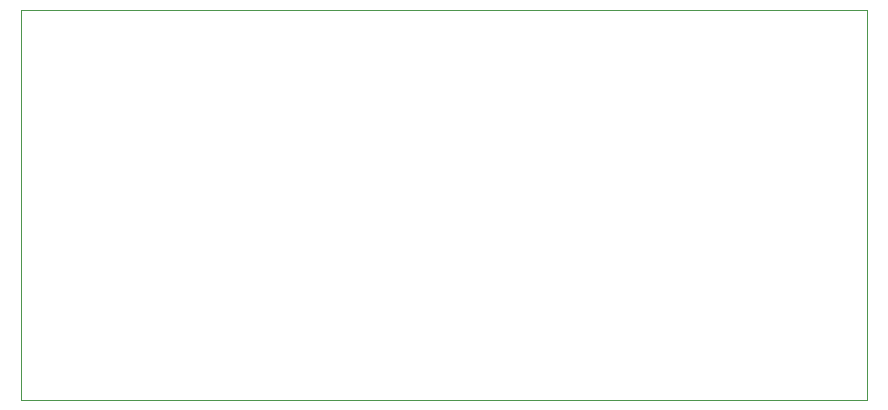
<source format=gbr>
G04 #@! TF.GenerationSoftware,KiCad,Pcbnew,9.0.4*
G04 #@! TF.CreationDate,2026-01-25T14:47:56-08:00*
G04 #@! TF.ProjectId,e-ink_PCB,652d696e-6b5f-4504-9342-2e6b69636164,rev?*
G04 #@! TF.SameCoordinates,Original*
G04 #@! TF.FileFunction,Profile,NP*
%FSLAX46Y46*%
G04 Gerber Fmt 4.6, Leading zero omitted, Abs format (unit mm)*
G04 Created by KiCad (PCBNEW 9.0.4) date 2026-01-25 14:47:56*
%MOMM*%
%LPD*%
G01*
G04 APERTURE LIST*
G04 #@! TA.AperFunction,Profile*
%ADD10C,0.050000*%
G04 #@! TD*
G04 APERTURE END LIST*
D10*
X74700000Y-91600000D02*
X146300000Y-91600000D01*
X146300000Y-124600000D01*
X74700000Y-124600000D01*
X74700000Y-91600000D01*
M02*

</source>
